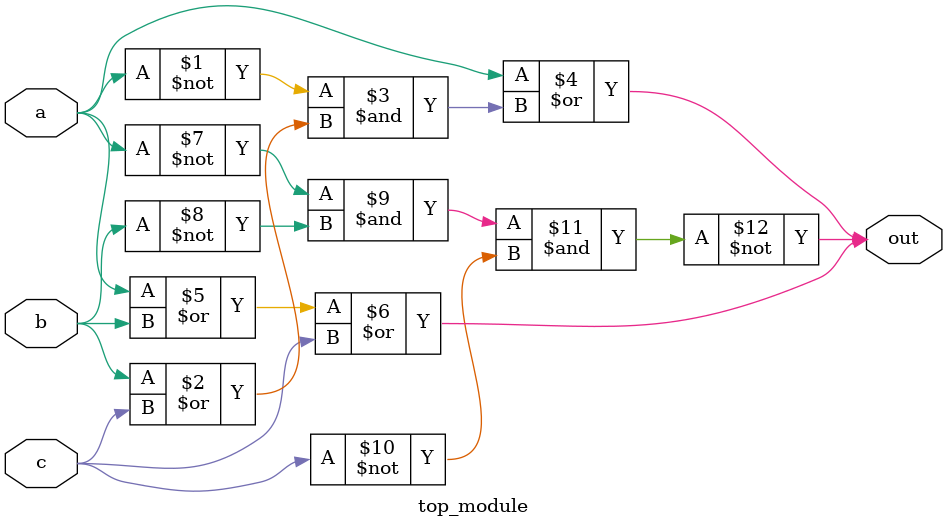
<source format=v>
module top_module(
    input a,
    input b,
    input c,
    output out  ); 
    
    // My Solution
    assign out = a | (~a)&(b|c);

    // HDLBits Solution
    // SOP form: Three prime implicants (1 term each), summed.
	// POS form: One prime implicant (of 3 terms)
	// In this particular case, the result is the same for both SOP and POS.
	assign out = (a | b | c);
    
    // Solution3
    assign out = ~(~a & ~b & ~c);

endmodule

</source>
